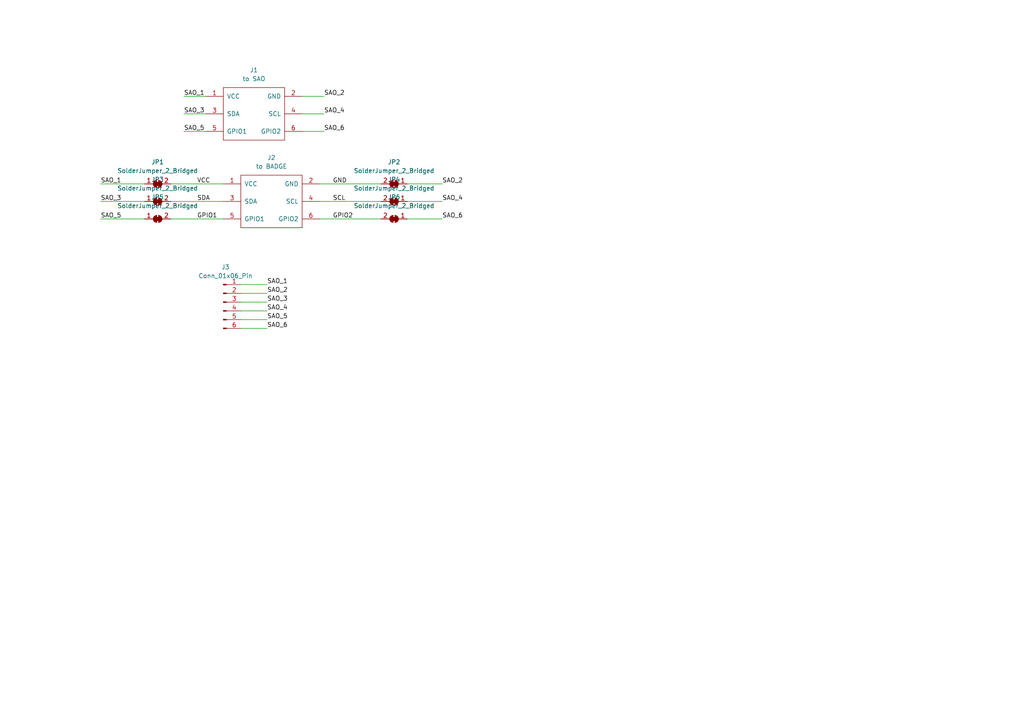
<source format=kicad_sch>
(kicad_sch (version 20231120) (generator "eeschema") (generator_version "8.0")
  (paper "A4")
  (lib_symbols
    (symbol "Connector:Conn_01x06_Pin" (pin_names (offset 1.016) hide)
      (property "Reference" "J" (at 0 7.62 0))
      (property "Value" "Conn_01x06_Pin" (at 0 -10.16 0))
      (symbol "Conn_01x06_Pin_1_1"
        (polyline (pts (xy 1.27 -7.62) (xy 0.8636 -7.62)) (stroke (width 0.1524)))
        (polyline (pts (xy 1.27 -5.08) (xy 0.8636 -5.08)) (stroke (width 0.1524)))
        (polyline (pts (xy 1.27 -2.54) (xy 0.8636 -2.54)) (stroke (width 0.1524)))
        (polyline (pts (xy 1.27 0) (xy 0.8636 0)) (stroke (width 0.1524)))
        (polyline (pts (xy 1.27 2.54) (xy 0.8636 2.54)) (stroke (width 0.1524)))
        (polyline (pts (xy 1.27 5.08) (xy 0.8636 5.08)) (stroke (width 0.1524)))
        (rectangle (start 0.8636 -7.493) (end 0 -7.747) (stroke (width 0.1524)) (fill (type outline)))
        (rectangle (start 0.8636 -4.953) (end 0 -5.207) (stroke (width 0.1524)) (fill (type outline)))
        (rectangle (start 0.8636 -2.413) (end 0 -2.667) (stroke (width 0.1524)) (fill (type outline)))
        (rectangle (start 0.8636 0.127) (end 0 -0.127) (stroke (width 0.1524)) (fill (type outline)))
        (rectangle (start 0.8636 2.667) (end 0 2.413) (stroke (width 0.1524)) (fill (type outline)))
        (rectangle (start 0.8636 5.207) (end 0 4.953) (stroke (width 0.1524)) (fill (type outline)))
        (pin passive line (at 5.08 5.08 180) (length 3.81) (name "Pin_1") (number "1"))
        (pin passive line (at 5.08 2.54 180) (length 3.81) (name "Pin_2") (number "2"))
        (pin passive line (at 5.08 0 180) (length 3.81) (name "Pin_3") (number "3"))
        (pin passive line (at 5.08 -2.54 180) (length 3.81) (name "Pin_4") (number "4"))
        (pin passive line (at 5.08 -5.08 180) (length 3.81) (name "Pin_5") (number "5"))
        (pin passive line (at 5.08 -7.62 180) (length 3.81) (name "Pin_6") (number "6"))
      )
    )
    (symbol "Jumper:SolderJumper_2_Bridged" (pin_names (offset 0) hide) (exclude_from_sim yes) (in_bom no)
      (property "Reference" "JP" (at 0 2.032 0))
      (property "Value" "SolderJumper_2_Bridged" (at 0 -2.54 0))
      (symbol "SolderJumper_2_Bridged_0_1"
        (rectangle (start -0.508 0.508) (end 0.508 -0.508) (fill (type outline)))
        (arc (start -0.254 1.016) (mid -1.2656 0) (end -0.254 -1.016))
        (arc (start -0.254 1.016) (mid -1.2656 0) (end -0.254 -1.016) (fill (type outline)))
        (polyline (pts (xy -0.254 1.016) (xy -0.254 -1.016)))
        (polyline (pts (xy 0.254 1.016) (xy 0.254 -1.016)))
        (arc (start 0.254 -1.016) (mid 1.2656 0) (end 0.254 1.016))
        (arc (start 0.254 -1.016) (mid 1.2656 0) (end 0.254 1.016) (fill (type outline)))
      )
      (symbol "SolderJumper_2_Bridged_1_1"
        (pin passive line (at -3.81 0 0) (length 2.54) (name "A") (number "1"))
        (pin passive line (at 3.81 0 180) (length 2.54) (name "B") (number "2"))
      )
    )
    (symbol "Simple_Addon_v2:Simple_Addon_v2" (pin_names (offset 1.016))
      (property "Reference" "X" (at 0 0 0))
      (property "Value" "Simple_Addon_v2" (at 0 20.32 0))
      (symbol "Simple_Addon_v2_0_1"
        (rectangle (start -7.62 8.89) (end 7.62 -8.89))
      )
      (symbol "Simple_Addon_v2_1_1"
        (pin input line (at -5.08 13.97 270) (length 5.08) (name "VCC") (number "1"))
        (pin input line (at -5.08 -13.97 90) (length 5.08) (name "GND") (number "2"))
        (pin input line (at 0 13.97 270) (length 5.08) (name "SDA") (number "3"))
        (pin input line (at 0 -13.97 90) (length 5.08) (name "SCL") (number "4"))
        (pin input line (at 5.08 13.97 270) (length 5.08) (name "GPIO1") (number "5"))
        (pin input line (at 5.08 -13.97 90) (length 5.08) (name "GPIO2") (number "6"))
      )
    )
    (symbol "SolderJumper_2_Bridged_1" (pin_names (offset 0) hide) (exclude_from_sim yes) (in_bom no)
      (property "Reference" "JP" (at 0 2.032 0))
      (property "Value" "SolderJumper_2_Bridged" (at 0 -2.54 0))
      (symbol "SolderJumper_2_Bridged_1_0_1"
        (rectangle (start -0.508 0.508) (end 0.508 -0.508) (fill (type outline)))
        (arc (start -0.254 1.016) (mid -1.2656 0) (end -0.254 -1.016))
        (arc (start -0.254 1.016) (mid -1.2656 0) (end -0.254 -1.016) (fill (type outline)))
        (polyline (pts (xy -0.254 1.016) (xy -0.254 -1.016)))
        (polyline (pts (xy 0.254 1.016) (xy 0.254 -1.016)))
        (arc (start 0.254 -1.016) (mid 1.2656 0) (end 0.254 1.016))
        (arc (start 0.254 -1.016) (mid 1.2656 0) (end 0.254 1.016) (fill (type outline)))
      )
      (symbol "SolderJumper_2_Bridged_1_1_1"
        (pin passive line (at -3.81 0 0) (length 2.54) (name "A") (number "1"))
        (pin passive line (at 3.81 0 180) (length 2.54) (name "B") (number "2"))
      )
    )
    (symbol "SolderJumper_2_Bridged_2" (pin_names (offset 0) hide) (exclude_from_sim yes) (in_bom no)
      (property "Reference" "JP" (at 0 2.032 0))
      (property "Value" "SolderJumper_2_Bridged" (at 0 -2.54 0))
      (symbol "SolderJumper_2_Bridged_2_0_1"
        (rectangle (start -0.508 0.508) (end 0.508 -0.508) (fill (type outline)))
        (arc (start -0.254 1.016) (mid -1.2656 0) (end -0.254 -1.016))
        (arc (start -0.254 1.016) (mid -1.2656 0) (end -0.254 -1.016) (fill (type outline)))
        (polyline (pts (xy -0.254 1.016) (xy -0.254 -1.016)))
        (polyline (pts (xy 0.254 1.016) (xy 0.254 -1.016)))
        (arc (start 0.254 -1.016) (mid 1.2656 0) (end 0.254 1.016))
        (arc (start 0.254 -1.016) (mid 1.2656 0) (end 0.254 1.016) (fill (type outline)))
      )
      (symbol "SolderJumper_2_Bridged_2_1_1"
        (pin passive line (at -3.81 0 0) (length 2.54) (name "A") (number "1"))
        (pin passive line (at 3.81 0 180) (length 2.54) (name "B") (number "2"))
      )
    )
    (symbol "SolderJumper_2_Bridged_3" (pin_names (offset 0) hide) (exclude_from_sim yes) (in_bom no)
      (property "Reference" "JP" (at 0 2.032 0))
      (property "Value" "SolderJumper_2_Bridged" (at 0 -2.54 0))
      (symbol "SolderJumper_2_Bridged_3_0_1"
        (rectangle (start -0.508 0.508) (end 0.508 -0.508) (fill (type outline)))
        (arc (start -0.254 1.016) (mid -1.2656 0) (end -0.254 -1.016))
        (arc (start -0.254 1.016) (mid -1.2656 0) (end -0.254 -1.016) (fill (type outline)))
        (polyline (pts (xy -0.254 1.016) (xy -0.254 -1.016)))
        (polyline (pts (xy 0.254 1.016) (xy 0.254 -1.016)))
        (arc (start 0.254 -1.016) (mid 1.2656 0) (end 0.254 1.016))
        (arc (start 0.254 -1.016) (mid 1.2656 0) (end 0.254 1.016) (fill (type outline)))
      )
      (symbol "SolderJumper_2_Bridged_3_1_1"
        (pin passive line (at -3.81 0 0) (length 2.54) (name "A") (number "1"))
        (pin passive line (at 3.81 0 180) (length 2.54) (name "B") (number "2"))
      )
    )
    (symbol "SolderJumper_2_Bridged_4" (pin_names (offset 0) hide) (exclude_from_sim yes) (in_bom no)
      (property "Reference" "JP" (at 0 2.032 0))
      (property "Value" "SolderJumper_2_Bridged" (at 0 -2.54 0))
      (symbol "SolderJumper_2_Bridged_4_0_1"
        (rectangle (start -0.508 0.508) (end 0.508 -0.508) (fill (type outline)))
        (arc (start -0.254 1.016) (mid -1.2656 0) (end -0.254 -1.016))
        (arc (start -0.254 1.016) (mid -1.2656 0) (end -0.254 -1.016) (fill (type outline)))
        (polyline (pts (xy -0.254 1.016) (xy -0.254 -1.016)))
        (polyline (pts (xy 0.254 1.016) (xy 0.254 -1.016)))
        (arc (start 0.254 -1.016) (mid 1.2656 0) (end 0.254 1.016))
        (arc (start 0.254 -1.016) (mid 1.2656 0) (end 0.254 1.016) (fill (type outline)))
      )
      (symbol "SolderJumper_2_Bridged_4_1_1"
        (pin passive line (at -3.81 0 0) (length 2.54) (name "A") (number "1"))
        (pin passive line (at 3.81 0 180) (length 2.54) (name "B") (number "2"))
      )
    )
    (symbol "SolderJumper_2_Bridged_5" (pin_names (offset 0) hide) (exclude_from_sim yes) (in_bom no)
      (property "Reference" "JP" (at 0 2.032 0))
      (property "Value" "SolderJumper_2_Bridged" (at 0 -2.54 0))
      (symbol "SolderJumper_2_Bridged_5_0_1"
        (rectangle (start -0.508 0.508) (end 0.508 -0.508) (fill (type outline)))
        (arc (start -0.254 1.016) (mid -1.2656 0) (end -0.254 -1.016))
        (arc (start -0.254 1.016) (mid -1.2656 0) (end -0.254 -1.016) (fill (type outline)))
        (polyline (pts (xy -0.254 1.016) (xy -0.254 -1.016)))
        (polyline (pts (xy 0.254 1.016) (xy 0.254 -1.016)))
        (arc (start 0.254 -1.016) (mid 1.2656 0) (end 0.254 1.016))
        (arc (start 0.254 -1.016) (mid 1.2656 0) (end 0.254 1.016) (fill (type outline)))
      )
      (symbol "SolderJumper_2_Bridged_5_1_1"
        (pin passive line (at -3.81 0 0) (length 2.54) (name "A") (number "1"))
        (pin passive line (at 3.81 0 180) (length 2.54) (name "B") (number "2"))
      )
    )
  )
  (wire (pts (xy 49.53 53.34) (xy 64.77 53.34)))
  (wire (pts (xy 29.21 53.34) (xy 41.91 53.34)))
  (wire (pts (xy 87.63 33.02) (xy 93.98 33.02)))
  (wire (pts (xy 69.85 90.17) (xy 77.47 90.17)))
  (wire (pts (xy 53.34 38.1) (xy 59.69 38.1)))
  (wire (pts (xy 87.63 27.94) (xy 93.98 27.94)))
  (wire (pts (xy 118.11 63.5) (xy 128.27 63.5)))
  (wire (pts (xy 69.85 95.25) (xy 77.47 95.25)))
  (wire (pts (xy 69.85 92.71) (xy 77.47 92.71)))
  (wire (pts (xy 92.71 53.34) (xy 110.49 53.34)))
  (wire (pts (xy 87.63 38.1) (xy 93.98 38.1)))
  (wire (pts (xy 53.34 27.94) (xy 59.69 27.94)))
  (wire (pts (xy 53.34 33.02) (xy 59.69 33.02)))
  (wire (pts (xy 69.85 82.55) (xy 77.47 82.55)))
  (wire (pts (xy 118.11 58.42) (xy 128.27 58.42)))
  (wire (pts (xy 49.53 63.5) (xy 64.77 63.5)))
  (wire (pts (xy 29.21 58.42) (xy 41.91 58.42)))
  (wire (pts (xy 69.85 85.09) (xy 77.47 85.09)))
  (wire (pts (xy 92.71 63.5) (xy 110.49 63.5)))
  (wire (pts (xy 92.71 58.42) (xy 110.49 58.42)))
  (wire (pts (xy 49.53 58.42) (xy 64.77 58.42)))
  (wire (pts (xy 29.21 63.5) (xy 41.91 63.5)))
  (wire (pts (xy 69.85 87.63) (xy 77.47 87.63)))
  (wire (pts (xy 118.11 53.34) (xy 128.27 53.34)))
  (label "SAO_4" (at 128.27 58.42 0))
  (label "SAO_4" (at 77.47 90.17 0))
  (label "SAO_1" (at 77.47 82.55 0))
  (label "SAO_1" (at 53.34 27.94 0))
  (label "SAO_6" (at 93.98 38.1 0))
  (label "SDA" (at 57.15 58.42 0))
  (label "SAO_3" (at 29.21 58.42 0))
  (label "SCL" (at 96.52 58.42 0))
  (label "SAO_3" (at 77.47 87.63 0))
  (label "SAO_6" (at 77.47 95.25 0))
  (label "SAO_6" (at 128.27 63.5 0))
  (label "SAO_2" (at 128.27 53.34 0))
  (label "GPIO2" (at 96.52 63.5 0))
  (label "VCC" (at 57.15 53.34 0))
  (label "SAO_2" (at 77.47 85.09 0))
  (label "SAO_5" (at 53.34 38.1 0))
  (label "SAO_5" (at 29.21 63.5 0))
  (label "SAO_3" (at 53.34 33.02 0))
  (label "GND" (at 96.52 53.34 0))
  (label "SAO_4" (at 93.98 33.02 0))
  (label "SAO_1" (at 29.21 53.34 0))
  (label "SAO_5" (at 77.47 92.71 0))
  (label "GPIO1" (at 57.15 63.5 0))
  (label "SAO_2" (at 93.98 27.94 0))
  (symbol (lib_id "Jumper:SolderJumper_2_Bridged") (at 45.72 53.34 0) (unit 1) (exclude_from_sim yes) (in_bom no)
    (property "Reference" "JP1" (at 45.72 46.99 0))
    (property "Value" "SolderJumper_2_Bridged" (at 45.72 49.53 0))
    (property "Footprint" "SAO-Util:SolderJumper-2_Bridged_Pad_Holes" (effects (hide yes)))
    (property "Description" "Solder Jumper, 2-pole, closed/bridged" (effects (hide yes)))
  )
  (symbol (lib_name "SolderJumper_2_Bridged_5") (lib_id "Jumper:SolderJumper_2_Bridged") (at 45.72 58.42 0) (unit 1) (exclude_from_sim yes) (in_bom no)
    (property "Reference" "JP3" (at 45.72 52.07 0))
    (property "Value" "SolderJumper_2_Bridged" (at 45.72 54.61 0))
    (property "Footprint" "SAO-Util:SolderJumper-2_Bridged_Pad_Holes" (effects (hide yes)))
    (property "Description" "Solder Jumper, 2-pole, closed/bridged" (effects (hide yes)))
  )
  (symbol (lib_name "SolderJumper_2_Bridged_4") (lib_id "Jumper:SolderJumper_2_Bridged") (at 45.72 63.5 0) (unit 1) (exclude_from_sim yes) (in_bom no)
    (property "Reference" "JP5" (at 45.72 57.15 0))
    (property "Value" "SolderJumper_2_Bridged" (at 45.72 59.69 0))
    (property "Footprint" "SAO-Util:SolderJumper-2_Bridged_Pad_Holes" (effects (hide yes)))
    (property "Description" "Solder Jumper, 2-pole, closed/bridged" (effects (hide yes)))
  )
  (symbol (lib_name "SolderJumper_2_Bridged_1") (lib_id "Jumper:SolderJumper_2_Bridged") (at 114.3 53.34 0) (mirror y) (unit 1) (exclude_from_sim yes) (in_bom no)
    (property "Reference" "JP2" (at 114.3 46.99 0))
    (property "Value" "SolderJumper_2_Bridged" (at 114.3 49.53 0))
    (property "Footprint" "SAO-Util:SolderJumper-2_Bridged_Pad_Holes" (effects (hide yes)))
    (property "Description" "Solder Jumper, 2-pole, closed/bridged" (effects (hide yes)))
  )
  (symbol (lib_name "SolderJumper_2_Bridged_2") (lib_id "Jumper:SolderJumper_2_Bridged") (at 114.3 58.42 0) (mirror y) (unit 1) (exclude_from_sim yes) (in_bom no)
    (property "Reference" "JP4" (at 114.3 52.07 0))
    (property "Value" "SolderJumper_2_Bridged" (at 114.3 54.61 0))
    (property "Footprint" "SAO-Util:SolderJumper-2_Bridged_Pad_Holes" (effects (hide yes)))
    (property "Description" "Solder Jumper, 2-pole, closed/bridged" (effects (hide yes)))
  )
  (symbol (lib_id "Simple_Addon_v2:Simple_Addon_v2") (at 73.66 33.02 90) (mirror x) (unit 1)
    (property "Reference" "J1" (at 73.66 20.32 90))
    (property "Value" "to SAO" (at 73.66 22.86 90))
    (property "Footprint" "Simple_Addon_v2:Simple_Addon_v2-BADGE-2x3" (effects (hide yes)))
    (property "Description" "Generic connector, double row, 02x03, odd/even pin numbering scheme (row 1 odd numbers, row 2 even numbers), script generated (kicad-library-utils/schlib/autogen/connector/)" (effects (hide yes)))
  )
  (symbol (lib_id "Simple_Addon_v2:Simple_Addon_v2") (at 78.74 58.42 90) (mirror x) (unit 1)
    (property "Reference" "J2" (at 78.74 45.72 90))
    (property "Value" "to BADGE" (at 78.74 48.26 90))
    (property "Footprint" "Simple_Addon_v2:Simple_Addon_v2-SAO-2x3" (effects (hide yes)))
    (property "Description" "Generic connector, double row, 02x03, odd/even pin numbering scheme (row 1 odd numbers, row 2 even numbers), script generated (kicad-library-utils/schlib/autogen/connector/)" (effects (hide yes)))
  )
  (symbol (lib_id "Connector:Conn_01x06_Pin") (at 64.77 87.63 0) (unit 1)
    (property "Reference" "J3" (at 65.405 77.47 0))
    (property "Value" "Conn_01x06_Pin" (at 65.405 80.01 0))
    (property "Footprint" "Connector_PinHeader_2.54mm:PinHeader_1x06_P2.54mm_Horizontal" (effects (hide yes)))
    (property "Description" "Generic connector, single row, 01x06, script generated" (effects (hide yes)))
  )
  (symbol (lib_name "SolderJumper_2_Bridged_3") (lib_id "Jumper:SolderJumper_2_Bridged") (at 114.3 63.5 0) (mirror y) (unit 1) (exclude_from_sim yes) (in_bom no)
    (property "Reference" "JP6" (at 114.3 57.15 0))
    (property "Value" "SolderJumper_2_Bridged" (at 114.3 59.69 0))
    (property "Footprint" "SAO-Util:SolderJumper-2_Bridged_Pad_Holes" (effects (hide yes)))
    (property "Description" "Solder Jumper, 2-pole, closed/bridged" (effects (hide yes)))
  )
)
</source>
